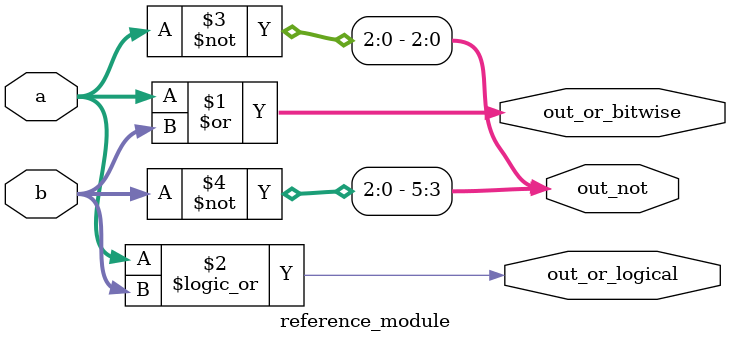
<source format=sv>
module reference_module(
	input [2:0] a, 
	input [2:0] b, 
	output [2:0] out_or_bitwise,
	output out_or_logical,
	output [5:0] out_not
);
	
	assign out_or_bitwise = a | b;
	assign out_or_logical = a || b;
	assign out_not = {~b,~a};
	
endmodule

</source>
